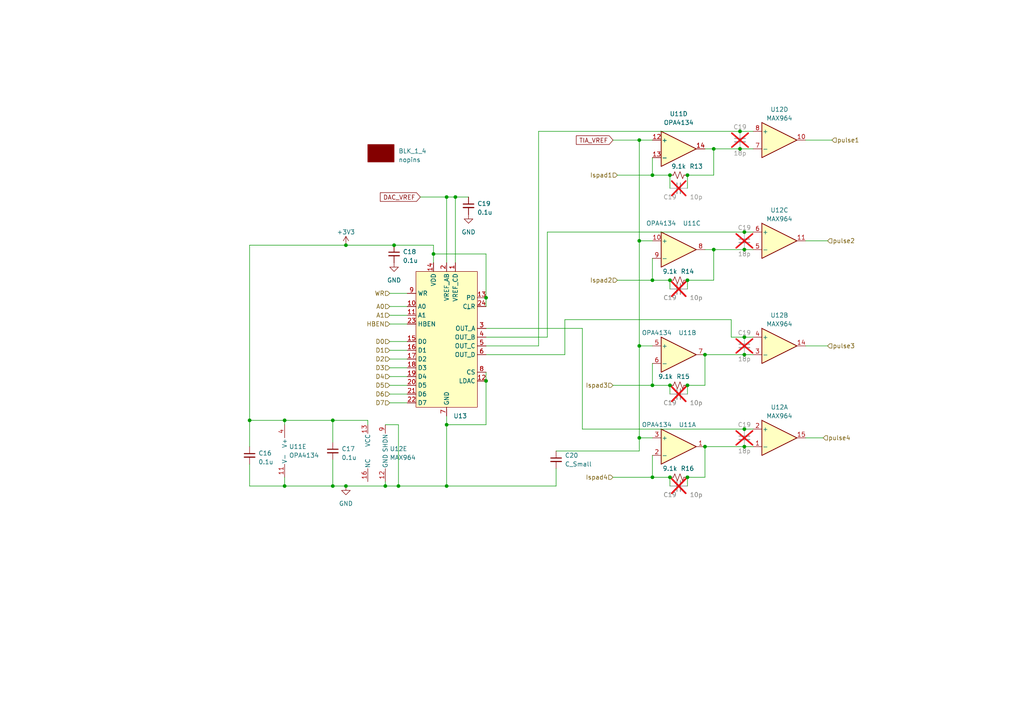
<source format=kicad_sch>
(kicad_sch (version 20230121) (generator eeschema)
  (paper "A4")
  (lib_symbols
    (symbol "0_kicad_custom_symbols:AD5335"
      (property "Reference" "U" (at -13.335 27.305 0))
      (symbol "AD5335_0_0"
        (pin unspecified line (at 2.54 22.86 270) (length 2.54) (name "VREF_CD") (number "1"))
        (pin unspecified line (at -11.43 10.16 0) (length 2.54) (name "A0") (number "10"))
        (pin unspecified line (at -11.43 7.62 0) (length 2.54) (name "A1") (number "11"))
        (pin unspecified line (at 11.43 -11.43 180) (length 2.54) (name "LDAC") (number "12"))
        (pin unspecified line (at 11.43 12.7 180) (length 2.54) (name "PD") (number "13"))
        (pin unspecified line (at -3.81 22.86 270) (length 2.54) (name "VDD") (number "14"))
        (pin unspecified line (at -11.43 0 0) (length 2.54) (name "D0") (number "15"))
        (pin unspecified line (at -11.43 -2.54 0) (length 2.54) (name "D1") (number "16"))
        (pin unspecified line (at -11.43 -5.08 0) (length 2.54) (name "D2") (number "17"))
        (pin unspecified line (at -11.43 -7.62 0) (length 2.54) (name "D3") (number "18"))
        (pin unspecified line (at -11.43 -10.16 0) (length 2.54) (name "D4") (number "19"))
        (pin unspecified line (at 0 22.86 270) (length 2.54) (name "VREF_AB") (number "2"))
        (pin unspecified line (at -11.43 -12.7 0) (length 2.54) (name "D5") (number "20"))
        (pin unspecified line (at -11.43 -15.24 0) (length 2.54) (name "D6") (number "21"))
        (pin unspecified line (at -11.43 -17.78 0) (length 2.54) (name "D7") (number "22"))
        (pin unspecified line (at -11.43 5.08 0) (length 2.54) (name "HBEN") (number "23"))
        (pin unspecified line (at 11.43 10.16 180) (length 2.54) (name "CLR") (number "24"))
        (pin unspecified line (at 11.43 3.81 180) (length 2.54) (name "OUT_A") (number "3"))
        (pin unspecified line (at 11.43 1.27 180) (length 2.54) (name "OUT_B") (number "4"))
        (pin unspecified line (at 11.43 -1.27 180) (length 2.54) (name "OUT_C") (number "5"))
        (pin unspecified line (at 11.43 -3.81 180) (length 2.54) (name "OUT_D") (number "6"))
        (pin unspecified line (at 0 -21.59 90) (length 2.54) (name "GND") (number "7"))
        (pin unspecified line (at 11.43 -8.89 180) (length 2.54) (name "CS") (number "8"))
        (pin unspecified line (at -11.43 13.97 0) (length 2.54) (name "WR") (number "9"))
      )
    )
    (symbol "0_kicad_custom_symbols:MAX964" (pin_names (offset 0.127))
      (property "Reference" "U" (at 3.81 3.81 0))
      (property "Value" "MAX964" (at 3.81 1.27 0))
      (symbol "MAX964_1_1"
        (pin input line (at -7.62 -2.54 0) (length 2.54) (name "-") (number "1"))
        (pin output line (at 7.62 0 180) (length 2.54) (name "~") (number "15"))
        (pin input line (at -7.62 2.54 0) (length 2.54) (name "+") (number "2"))
      )
      (symbol "MAX964_2_1"
        (pin output line (at 7.62 0 180) (length 2.54) (name "~") (number "14"))
        (pin input line (at -7.62 -2.54 0) (length 2.54) (name "-") (number "3"))
        (pin input line (at -7.62 2.54 0) (length 2.54) (name "+") (number "4"))
      )
      (symbol "MAX964_3_1"
        (pin output line (at 7.62 0 180) (length 2.54) (name "~") (number "11"))
        (pin input line (at -7.62 -2.54 0) (length 2.54) (name "-") (number "5"))
        (pin input line (at -7.62 2.54 0) (length 2.54) (name "+") (number "6"))
      )
      (symbol "MAX964_4_1"
        (pin output line (at 7.62 0 180) (length 2.54) (name "~") (number "10"))
        (pin input line (at -7.62 -2.54 0) (length 2.54) (name "-") (number "7"))
        (pin input line (at -7.62 2.54 0) (length 2.54) (name "+") (number "8"))
      )
      (symbol "MAX964_5_0"
        (pin power_in line (at -2.54 8.89 270) (length 2.54) (name "VCC") (number "13"))
        (pin power_in line (at 2.54 8.89 270) (length 2.54) (name "SHDN") (number "9"))
      )
      (symbol "MAX964_5_1"
        (pin power_in line (at 2.54 -7.62 90) (length 3.81) (name "GND") (number "12"))
        (pin power_in line (at -2.54 -7.62 90) (length 3.81) (name "NC") (number "16"))
      )
    )
    (symbol "0_kicad_custom_symbols:nopins"
      (property "Reference" "U" (at 0 -1.27 0))
      (property "Value" "nopins" (at 0 1.27 0))
    )
    (symbol "Amplifier_Operational:OPA4134" (pin_names (offset 0.127))
      (property "Reference" "U" (at 0 5.08 0))
      (property "Value" "OPA4134" (at 0 -5.08 0))
      (symbol "OPA4134_1_1"
        (pin output line (at 7.62 0 180) (length 2.54) (name "~") (number "1"))
        (pin input line (at -7.62 -2.54 0) (length 2.54) (name "-") (number "2"))
        (pin input line (at -7.62 2.54 0) (length 2.54) (name "+") (number "3"))
      )
      (symbol "OPA4134_2_1"
        (pin input line (at -7.62 2.54 0) (length 2.54) (name "+") (number "5"))
        (pin input line (at -7.62 -2.54 0) (length 2.54) (name "-") (number "6"))
        (pin output line (at 7.62 0 180) (length 2.54) (name "~") (number "7"))
      )
      (symbol "OPA4134_3_1"
        (pin input line (at -7.62 2.54 0) (length 2.54) (name "+") (number "10"))
        (pin output line (at 7.62 0 180) (length 2.54) (name "~") (number "8"))
        (pin input line (at -7.62 -2.54 0) (length 2.54) (name "-") (number "9"))
      )
      (symbol "OPA4134_4_1"
        (pin input line (at -7.62 2.54 0) (length 2.54) (name "+") (number "12"))
        (pin input line (at -7.62 -2.54 0) (length 2.54) (name "-") (number "13"))
        (pin output line (at 7.62 0 180) (length 2.54) (name "~") (number "14"))
      )
      (symbol "OPA4134_5_1"
        (pin power_in line (at -2.54 -7.62 90) (length 3.81) (name "V-") (number "11"))
        (pin power_in line (at -2.54 7.62 270) (length 3.81) (name "V+") (number "4"))
      )
    )
    (symbol "Device:C_Small" (pin_numbers hide) (pin_names (offset 0.254) hide)
      (property "Reference" "C" (at 0.254 1.778 0))
      (property "Value" "C_Small" (at 0.254 -2.032 0))
      (symbol "C_Small_1_1"
        (pin passive line (at 0 2.54 270) (length 2.032) (name "~") (number "1"))
        (pin passive line (at 0 -2.54 90) (length 2.032) (name "~") (number "2"))
      )
    )
    (symbol "Device:R_Small_US" (pin_numbers hide) (pin_names (offset 0.254) hide)
      (property "Reference" "R" (at 0.762 0.508 0))
      (property "Value" "R_Small_US" (at 0.762 -1.016 0))
      (symbol "R_Small_US_1_1"
        (pin passive line (at 0 2.54 270) (length 1.016) (name "~") (number "1"))
        (pin passive line (at 0 -2.54 90) (length 1.016) (name "~") (number "2"))
      )
    )
    (symbol "power:+3V3" (power) (pin_names (offset 0))
      (property "Value" "+3V3" (at 0 3.556 0))
      (symbol "+3V3_1_1"
        (pin power_in line (at 0 0 90) (length 0) hide (name "+3V3") (number "1"))
      )
    )
    (symbol "power:GND" (power) (pin_names (offset 0))
      (property "Value" "GND" (at 0 -3.81 0))
      (symbol "GND_1_1"
        (pin power_in line (at 0 0 270) (length 0) hide (name "GND") (number "1"))
      )
    )
  )
  (junction (at 207.01 43.18))
  (junction (at 214.63 38.1))
  (junction (at 72.39 121.92))
  (junction (at 189.23 138.43))
  (junction (at 215.9 129.54))
  (junction (at 185.42 127))
  (junction (at 189.23 81.28))
  (junction (at 185.42 40.64))
  (junction (at 189.23 50.8))
  (junction (at 140.97 110.49))
  (junction (at 132.08 57.15))
  (junction (at 215.9 102.87))
  (junction (at 185.42 69.85))
  (junction (at 96.52 121.92))
  (junction (at 215.9 67.31))
  (junction (at 215.9 124.46))
  (junction (at 129.54 140.97))
  (junction (at 199.39 111.76))
  (junction (at 204.47 102.87))
  (junction (at 96.52 140.97))
  (junction (at 125.73 73.66))
  (junction (at 111.76 140.97))
  (junction (at 199.39 81.28))
  (junction (at 82.55 121.92))
  (junction (at 199.39 138.43))
  (junction (at 114.3 71.12))
  (junction (at 194.31 50.8))
  (junction (at 204.47 129.54))
  (junction (at 129.54 123.19))
  (junction (at 207.01 72.39))
  (junction (at 82.55 140.97))
  (junction (at 100.33 71.12))
  (junction (at 100.33 140.97))
  (junction (at 194.31 111.76))
  (junction (at 140.97 86.36))
  (junction (at 189.23 111.76))
  (junction (at 194.31 138.43))
  (junction (at 194.31 81.28))
  (junction (at 215.9 97.79))
  (junction (at 115.57 140.97))
  (junction (at 129.54 57.15))
  (junction (at 199.39 50.8))
  (junction (at 215.9 72.39))
  (junction (at 185.42 100.33))
  (junction (at 214.63 43.18))
  (wire (pts (xy 207.01 43.18) (xy 207.01 50.8)))
  (wire (pts (xy 212.09 92.71) (xy 163.83 92.71)))
  (wire (pts (xy 113.03 106.68) (xy 118.11 106.68)))
  (wire (pts (xy 125.73 73.66) (xy 125.73 76.2)))
  (wire (pts (xy 158.75 67.31) (xy 215.9 67.31)))
  (wire (pts (xy 125.73 71.12) (xy 125.73 73.66)))
  (wire (pts (xy 96.52 121.92) (xy 106.68 121.92)))
  (wire (pts (xy 72.39 129.54) (xy 72.39 121.92)))
  (wire (pts (xy 140.97 110.49) (xy 140.97 123.19)))
  (wire (pts (xy 125.73 71.12) (xy 114.3 71.12)))
  (wire (pts (xy 140.97 97.79) (xy 158.75 97.79)))
  (wire (pts (xy 189.23 74.93) (xy 189.23 81.28)))
  (wire (pts (xy 129.54 57.15) (xy 129.54 76.2)))
  (wire (pts (xy 115.57 140.97) (xy 129.54 140.97)))
  (wire (pts (xy 163.83 92.71) (xy 163.83 102.87)))
  (wire (pts (xy 179.07 50.8) (xy 189.23 50.8)))
  (wire (pts (xy 113.03 91.44) (xy 118.11 91.44)))
  (wire (pts (xy 161.29 135.89) (xy 161.29 140.97)))
  (wire (pts (xy 111.76 123.19) (xy 115.57 123.19)))
  (wire (pts (xy 140.97 95.25) (xy 168.91 95.25)))
  (wire (pts (xy 163.83 102.87) (xy 140.97 102.87)))
  (wire (pts (xy 129.54 120.65) (xy 129.54 123.19)))
  (wire (pts (xy 233.68 127) (xy 238.76 127)))
  (wire (pts (xy 179.07 81.28) (xy 189.23 81.28)))
  (wire (pts (xy 135.89 57.15) (xy 132.08 57.15)))
  (wire (pts (xy 72.39 121.92) (xy 82.55 121.92)))
  (wire (pts (xy 96.52 133.35) (xy 96.52 140.97)))
  (wire (pts (xy 215.9 97.79) (xy 212.09 97.79)))
  (wire (pts (xy 100.33 140.97) (xy 111.76 140.97)))
  (wire (pts (xy 111.76 139.7) (xy 111.76 140.97)))
  (wire (pts (xy 215.9 72.39) (xy 218.44 72.39)))
  (wire (pts (xy 113.03 111.76) (xy 118.11 111.76)))
  (wire (pts (xy 212.09 97.79) (xy 212.09 92.71)))
  (wire (pts (xy 214.63 43.18) (xy 218.44 43.18)))
  (wire (pts (xy 96.52 121.92) (xy 96.52 128.27)))
  (wire (pts (xy 140.97 73.66) (xy 125.73 73.66)))
  (wire (pts (xy 204.47 102.87) (xy 215.9 102.87)))
  (wire (pts (xy 204.47 72.39) (xy 207.01 72.39)))
  (wire (pts (xy 140.97 123.19) (xy 129.54 123.19)))
  (wire (pts (xy 168.91 124.46) (xy 215.9 124.46)))
  (wire (pts (xy 72.39 71.12) (xy 100.33 71.12)))
  (wire (pts (xy 113.03 109.22) (xy 118.11 109.22)))
  (wire (pts (xy 194.31 138.43) (xy 194.31 140.97)))
  (wire (pts (xy 115.57 140.97) (xy 111.76 140.97)))
  (wire (pts (xy 113.03 99.06) (xy 118.11 99.06)))
  (wire (pts (xy 194.31 81.28) (xy 194.31 83.82)))
  (wire (pts (xy 233.68 69.85) (xy 240.03 69.85)))
  (wire (pts (xy 207.01 72.39) (xy 207.01 81.28)))
  (wire (pts (xy 199.39 81.28) (xy 199.39 83.82)))
  (wire (pts (xy 194.31 138.43) (xy 189.23 138.43)))
  (wire (pts (xy 204.47 102.87) (xy 204.47 111.76)))
  (wire (pts (xy 100.33 71.12) (xy 114.3 71.12)))
  (wire (pts (xy 189.23 111.76) (xy 189.23 105.41)))
  (wire (pts (xy 140.97 107.95) (xy 140.97 110.49)))
  (wire (pts (xy 113.03 114.3) (xy 118.11 114.3)))
  (wire (pts (xy 156.21 38.1) (xy 156.21 100.33)))
  (wire (pts (xy 199.39 50.8) (xy 199.39 54.61)))
  (wire (pts (xy 115.57 123.19) (xy 115.57 140.97)))
  (wire (pts (xy 113.03 116.84) (xy 118.11 116.84)))
  (wire (pts (xy 132.08 57.15) (xy 129.54 57.15)))
  (wire (pts (xy 185.42 100.33) (xy 189.23 100.33)))
  (wire (pts (xy 218.44 38.1) (xy 214.63 38.1)))
  (wire (pts (xy 199.39 50.8) (xy 207.01 50.8)))
  (wire (pts (xy 132.08 57.15) (xy 132.08 76.2)))
  (wire (pts (xy 82.55 140.97) (xy 82.55 138.43)))
  (wire (pts (xy 215.9 67.31) (xy 218.44 67.31)))
  (wire (pts (xy 204.47 43.18) (xy 207.01 43.18)))
  (wire (pts (xy 106.68 123.19) (xy 106.68 121.92)))
  (wire (pts (xy 204.47 129.54) (xy 204.47 138.43)))
  (wire (pts (xy 194.31 50.8) (xy 189.23 50.8)))
  (wire (pts (xy 199.39 81.28) (xy 207.01 81.28)))
  (wire (pts (xy 113.03 88.9) (xy 118.11 88.9)))
  (wire (pts (xy 207.01 72.39) (xy 215.9 72.39)))
  (wire (pts (xy 168.91 95.25) (xy 168.91 124.46)))
  (wire (pts (xy 185.42 69.85) (xy 185.42 100.33)))
  (wire (pts (xy 233.68 40.64) (xy 241.3 40.64)))
  (wire (pts (xy 177.8 40.64) (xy 185.42 40.64)))
  (wire (pts (xy 82.55 140.97) (xy 72.39 140.97)))
  (wire (pts (xy 185.42 127) (xy 185.42 130.81)))
  (wire (pts (xy 177.8 138.43) (xy 189.23 138.43)))
  (wire (pts (xy 82.55 121.92) (xy 96.52 121.92)))
  (wire (pts (xy 189.23 45.72) (xy 189.23 50.8)))
  (wire (pts (xy 140.97 88.9) (xy 140.97 86.36)))
  (wire (pts (xy 129.54 123.19) (xy 129.54 140.97)))
  (wire (pts (xy 82.55 140.97) (xy 96.52 140.97)))
  (wire (pts (xy 233.68 100.33) (xy 240.03 100.33)))
  (wire (pts (xy 204.47 138.43) (xy 199.39 138.43)))
  (wire (pts (xy 207.01 43.18) (xy 214.63 43.18)))
  (wire (pts (xy 214.63 38.1) (xy 156.21 38.1)))
  (wire (pts (xy 185.42 100.33) (xy 185.42 127)))
  (wire (pts (xy 113.03 104.14) (xy 118.11 104.14)))
  (wire (pts (xy 185.42 40.64) (xy 189.23 40.64)))
  (wire (pts (xy 158.75 67.31) (xy 158.75 97.79)))
  (wire (pts (xy 185.42 130.81) (xy 161.29 130.81)))
  (wire (pts (xy 156.21 100.33) (xy 140.97 100.33)))
  (wire (pts (xy 194.31 111.76) (xy 189.23 111.76)))
  (wire (pts (xy 199.39 138.43) (xy 199.39 140.97)))
  (wire (pts (xy 215.9 124.46) (xy 218.44 124.46)))
  (wire (pts (xy 121.92 57.15) (xy 129.54 57.15)))
  (wire (pts (xy 194.31 50.8) (xy 194.31 54.61)))
  (wire (pts (xy 204.47 111.76) (xy 199.39 111.76)))
  (wire (pts (xy 199.39 111.76) (xy 199.39 114.3)))
  (wire (pts (xy 113.03 101.6) (xy 118.11 101.6)))
  (wire (pts (xy 189.23 69.85) (xy 185.42 69.85)))
  (wire (pts (xy 185.42 40.64) (xy 185.42 69.85)))
  (wire (pts (xy 185.42 127) (xy 189.23 127)))
  (wire (pts (xy 140.97 86.36) (xy 140.97 73.66)))
  (wire (pts (xy 96.52 140.97) (xy 100.33 140.97)))
  (wire (pts (xy 113.03 85.09) (xy 118.11 85.09)))
  (wire (pts (xy 129.54 140.97) (xy 161.29 140.97)))
  (wire (pts (xy 204.47 129.54) (xy 215.9 129.54)))
  (wire (pts (xy 177.8 111.76) (xy 189.23 111.76)))
  (wire (pts (xy 218.44 97.79) (xy 215.9 97.79)))
  (wire (pts (xy 72.39 71.12) (xy 72.39 121.92)))
  (wire (pts (xy 113.03 93.98) (xy 118.11 93.98)))
  (wire (pts (xy 189.23 81.28) (xy 194.31 81.28)))
  (wire (pts (xy 194.31 111.76) (xy 194.31 114.3)))
  (wire (pts (xy 215.9 129.54) (xy 218.44 129.54)))
  (wire (pts (xy 82.55 121.92) (xy 82.55 123.19)))
  (wire (pts (xy 72.39 140.97) (xy 72.39 134.62)))
  (wire (pts (xy 215.9 102.87) (xy 218.44 102.87)))
  (wire (pts (xy 189.23 138.43) (xy 189.23 132.08)))
  (global_label "DAC_VREF" (shape input) (at 121.92 57.15 180) (property "Intersheetrefs" "${INTERSHEET_REFS}" (effects hide)))
  (global_label "TIA_VREF" (shape input) (at 177.8 40.64 180) (property "Intersheetrefs" "${INTERSHEET_REFS}" (effects hide)))
  (hierarchical_label "D2" (shape input) (at 113.03 104.14 180))
  (hierarchical_label "D6" (shape input) (at 113.03 114.3 180))
  (hierarchical_label "D0" (shape input) (at 113.03 99.06 180))
  (hierarchical_label "Ispad3" (shape input) (at 177.8 111.76 180))
  (hierarchical_label "D5" (shape input) (at 113.03 111.76 180))
  (hierarchical_label "D3" (shape input) (at 113.03 106.68 180))
  (hierarchical_label "D7" (shape input) (at 113.03 116.84 180))
  (hierarchical_label "D1" (shape input) (at 113.03 101.6 180))
  (hierarchical_label "HBEN" (shape input) (at 113.03 93.98 180))
  (hierarchical_label "A1" (shape input) (at 113.03 91.44 180))
  (hierarchical_label "Ispad2" (shape input) (at 179.07 81.28 180))
  (hierarchical_label "D4" (shape input) (at 113.03 109.22 180))
  (hierarchical_label "pulse2" (shape input) (at 240.03 69.85 0))
  (hierarchical_label "pulse4" (shape input) (at 238.76 127 0))
  (hierarchical_label "pulse1" (shape input) (at 241.3 40.64 0))
  (hierarchical_label "A0" (shape input) (at 113.03 88.9 180))
  (hierarchical_label "pulse3" (shape input) (at 240.03 100.33 0))
  (hierarchical_label "Ispad4" (shape input) (at 177.8 138.43 180))
  (hierarchical_label "Ispad1" (shape input) (at 179.07 50.8 180))
  (hierarchical_label "WR" (shape input) (at 113.03 85.09 180))
  (symbol (lib_id "Device:C_Small") (at 215.9 100.33 0) (unit 1) (on_board no) (dnp yes)
    (property "Reference" "C19" (at 215.9 96.52 0))
    (property "Value" "18p" (at 215.9 104.14 0))
    (property "Footprint" "Capacitor_SMD:C_0402_1005Metric" (effects hide))
    (instances (project "array_row" (path "" (reference "C19") (unit 1)) (path "" (reference "C4") (unit 1)) (path "" (reference "C9") (unit 1)) (path "" (reference "C14") (unit 1))) (project "VRSPAD-144" (path "" (reference "C416") (unit 1)) (path "" (reference "C417") (unit 1)) (path "" (reference "C414") (unit 1)) (path "" (reference "C415") (unit 1)) (path "" (reference "C420") (unit 1)) (path "" (reference "C418") (unit 1)) (path "" (reference "C421") (unit 1)) (path "" (reference "C419") (unit 1)) (path "" (reference "C422") (unit 1)) (path "" (reference "C425") (unit 1)) (path "" (reference "C424") (unit 1)) (path "" (reference "C423") (unit 1)) (path "" (reference "C429") (unit 1)) (path "" (reference "C426") (unit 1)) (path "" (reference "C427") (unit 1)) (path "" (reference "C428") (unit 1)) (path "" (reference "C446") (unit 1)) (path "" (reference "C431") (unit 1)) (path "" (reference "C430") (unit 1)) (path "" (reference "C433") (unit 1)) (path "" (reference "C436") (unit 1)) (path "" (reference "C434") (unit 1)) (path "" (reference "C435") (unit 1)) (path "" (reference "C437") (unit 1)) (path "" (reference "C441") (unit 1)) (path "" (reference "C438") (unit 1)) (path "" (reference "C440") (unit 1)) (path "" (reference "C439") (unit 1)) (path "" (reference "C448") (unit 1)) (path "" (reference "C442") (unit 1)) (path "" (reference "C449") (unit 1)) (path "" (reference "C443") (unit 1)) (path "" (reference "C444") (unit 1)) (path "" (reference "C447") (unit 1)) (path "" (reference "C445") (unit 1)) (path "" (reference "C432") (unit 1))))
  )
  (symbol (lib_id "Device:R_Small_US") (at 196.85 81.28 90) (unit 1)
    (property "Reference" "R14" (at 199.39 78.74 90))
    (property "Value" "9.1k" (at 194.31 78.74 90))
    (property "Footprint" "Resistor_SMD:R_0402_1005Metric" (effects hide))
    (instances (project "array_row" (path "" (reference "R14") (unit 1)) (path "" (reference "R2") (unit 1)) (path "" (reference "R6") (unit 1)) (path "" (reference "R10") (unit 1))) (project "VRSPAD-144" (path "" (reference "R15") (unit 1)) (path "" (reference "R19") (unit 1)) (path "" (reference "R2") (unit 1)) (path "" (reference "R11") (unit 1)) (path "" (reference "R31") (unit 1)) (path "" (reference "R23") (unit 1)) (path "" (reference "R35") (unit 1)) (path "" (reference "R27") (unit 1)) (path "" (reference "R39") (unit 1)) (path "" (reference "R51") (unit 1)) (path "" (reference "R47") (unit 1)) (path "" (reference "R43") (unit 1)) (path "" (reference "R67") (unit 1)) (path "" (reference "R55") (unit 1)) (path "" (reference "R59") (unit 1)) (path "" (reference "R63") (unit 1)) (path "" (reference "R135") (unit 1)) (path "" (reference "R75") (unit 1)) (path "" (reference "R71") (unit 1)) (path "" (reference "R83") (unit 1)) (path "" (reference "R95") (unit 1)) (path "" (reference "R87") (unit 1)) (path "" (reference "R91") (unit 1)) (path "" (reference "R99") (unit 1)) (path "" (reference "R115") (unit 1)) (path "" (reference "R103") (unit 1)) (path "" (reference "R111") (unit 1)) (path "" (reference "R107") (unit 1)) (path "" (reference "R143") (unit 1)) (path "" (reference "R119") (unit 1)) (path "" (reference "R147") (unit 1)) (path "" (reference "R123") (unit 1)) (path "" (reference "R127") (unit 1)) (path "" (reference "R139") (unit 1)) (path "" (reference "R131") (unit 1)) (path "" (reference "R79") (unit 1))))
  )
  (symbol (lib_id "power:GND") (at 114.3 76.2 0) (unit 1)
    (property "Reference" "#PWR019" (effects hide))
    (property "Value" "GND" (at 114.3 81.28 0))
    (instances (project "array_row" (path "" (reference "#PWR019") (unit 1)) (path "" (reference "#PWR03") (unit 1)) (path "" (reference "#PWR07") (unit 1)) (path "" (reference "#PWR015") (unit 1))) (project "VRSPAD-144" (path "" (reference "#PWR021") (unit 1)) (path "" (reference "#PWR026") (unit 1)) (path "" (reference "#PWR013") (unit 1)) (path "" (reference "#PWR017") (unit 1)) (path "" (reference "#PWR038") (unit 1)) (path "" (reference "#PWR030") (unit 1)) (path "" (reference "#PWR046") (unit 1)) (path "" (reference "#PWR034") (unit 1)) (path "" (reference "#PWR054") (unit 1)) (path "" (reference "#PWR066") (unit 1)) (path "" (reference "#PWR062") (unit 1)) (path "" (reference "#PWR058") (unit 1)) (path "" (reference "#PWR086") (unit 1)) (path "" (reference "#PWR074") (unit 1)) (path "" (reference "#PWR078") (unit 1)) (path "" (reference "#PWR082") (unit 1)) (path "" (reference "#PWR0216") (unit 1)) (path "" (reference "#PWR094") (unit 1)) (path "" (reference "#PWR090") (unit 1)) (path "" (reference "#PWR0109") (unit 1)) (path "" (reference "#PWR0132") (unit 1)) (path "" (reference "#PWR0113") (unit 1)) (path "" (reference "#PWR0117") (unit 1)) (path "" (reference "#PWR0140") (unit 1)) (path "" (reference "#PWR0160") (unit 1)) (path "" (reference "#PWR0144") (unit 1)) (path "" (reference "#PWR0156") (unit 1)) (path "" (reference "#PWR0152") (unit 1)) (path "" (reference "#PWR0172") (unit 1)) (path "" (reference "#PWR0164") (unit 1)) (path "" (reference "#PWR0176") (unit 1)) (path "" (reference "#PWR0168") (unit 1)) (path "" (reference "#PWR0204") (unit 1)) (path "" (reference "#PWR0220") (unit 1)) (path "" (reference "#PWR0208") (unit 1)) (path "" (reference "#PWR0105") (unit 1))))
  )
  (symbol (lib_id "Device:C_Small") (at 72.39 132.08 0) (unit 1)
    (property "Reference" "C16" (at 74.93 131.4513 0) (effects (justify left)))
    (property "Value" "0.1u" (at 74.93 133.9913 0) (effects (justify left)))
    (property "Footprint" "Capacitor_SMD:C_0402_1005Metric" (effects hide))
    (instances (project "array_row" (path "" (reference "C16") (unit 1)) (path "" (reference "C1") (unit 1)) (path "" (reference "C6") (unit 1)) (path "" (reference "C11") (unit 1))) (project "VRSPAD-144" (path "" (reference "C20") (unit 1)) (path "" (reference "C25") (unit 1)) (path "" (reference "C2") (unit 1)) (path "" (reference "C9") (unit 1)) (path "" (reference "C40") (unit 1)) (path "" (reference "C30") (unit 1)) (path "" (reference "C45") (unit 1)) (path "" (reference "C35") (unit 1)) (path "" (reference "C50") (unit 1)) (path "" (reference "C65") (unit 1)) (path "" (reference "C60") (unit 1)) (path "" (reference "C55") (unit 1)) (path "" (reference "C85") (unit 1)) (path "" (reference "C70") (unit 1)) (path "" (reference "C75") (unit 1)) (path "" (reference "C80") (unit 1)) (path "" (reference "C170") (unit 1)) (path "" (reference "C95") (unit 1)) (path "" (reference "C90") (unit 1)) (path "" (reference "C105") (unit 1)) (path "" (reference "C120") (unit 1)) (path "" (reference "C110") (unit 1)) (path "" (reference "C115") (unit 1)) (path "" (reference "C125") (unit 1)) (path "" (reference "C145") (unit 1)) (path "" (reference "C130") (unit 1)) (path "" (reference "C140") (unit 1)) (path "" (reference "C135") (unit 1)) (path "" (reference "C180") (unit 1)) (path "" (reference "C150") (unit 1)) (path "" (reference "C185") (unit 1)) (path "" (reference "C155") (unit 1)) (path "" (reference "C160") (unit 1)) (path "" (reference "C175") (unit 1)) (path "" (reference "C165") (unit 1)) (path "" (reference "C100") (unit 1))))
  )
  (symbol (lib_id "Device:C_Small") (at 196.85 54.61 90) (unit 1) (on_board no) (dnp yes)
    (property "Reference" "C19" (at 194.31 57.15 90))
    (property "Value" "10p" (at 201.93 57.15 90))
    (property "Footprint" "Capacitor_SMD:C_0402_1005Metric" (effects hide))
    (instances (project "array_row" (path "" (reference "C19") (unit 1)) (path "" (reference "C4") (unit 1)) (path "" (reference "C9") (unit 1)) (path "" (reference "C14") (unit 1))) (project "VRSPAD-144" (path "" (reference "C200") (unit 1)) (path "" (reference "C201") (unit 1)) (path "" (reference "C196") (unit 1)) (path "" (reference "C199") (unit 1)) (path "" (reference "C204") (unit 1)) (path "" (reference "C202") (unit 1)) (path "" (reference "C205") (unit 1)) (path "" (reference "C203") (unit 1)) (path "" (reference "C206") (unit 1)) (path "" (reference "C209") (unit 1)) (path "" (reference "C208") (unit 1)) (path "" (reference "C207") (unit 1)) (path "" (reference "C213") (unit 1)) (path "" (reference "C210") (unit 1)) (path "" (reference "C211") (unit 1)) (path "" (reference "C212") (unit 1)) (path "" (reference "C230") (unit 1)) (path "" (reference "C215") (unit 1)) (path "" (reference "C214") (unit 1)) (path "" (reference "C217") (unit 1)) (path "" (reference "C220") (unit 1)) (path "" (reference "C218") (unit 1)) (path "" (reference "C219") (unit 1)) (path "" (reference "C221") (unit 1)) (path "" (reference "C225") (unit 1)) (path "" (reference "C222") (unit 1)) (path "" (reference "C224") (unit 1)) (path "" (reference "C223") (unit 1)) (path "" (reference "C232") (unit 1)) (path "" (reference "C226") (unit 1)) (path "" (reference "C233") (unit 1)) (path "" (reference "C227") (unit 1)) (path "" (reference "C228") (unit 1)) (path "" (reference "C231") (unit 1)) (path "" (reference "C229") (unit 1)) (path "" (reference "C216") (unit 1))))
  )
  (symbol (lib_id "0_kicad_custom_symbols:MAX964") (at 226.06 127 0) (unit 1)
    (property "Reference" "U12" (at 226.06 118.11 0))
    (property "Value" "MAX964" (at 226.06 120.65 0))
    (property "Footprint" "Package_SO:QSOP-16_3.9x4.9mm_P0.635mm" (effects hide))
    (property "Datasheet" "https://www.analog.com/media/en/technical-documentation/data-sheets/ADA4807-1_4807-2_4807-4.pdf" (effects hide))
    (instances (project "array_row" (path "" (reference "U12") (unit 1)) (path "" (reference "U3") (unit 1)) (path "" (reference "U6") (unit 1)) (path "" (reference "U9") (unit 1))) (project "VRSPAD-144" (path "" (reference "U18") (unit 1)) (path "" (reference "U21") (unit 1)) (path "" (reference "U3") (unit 1)) (path "" (reference "U15") (unit 1)) (path "" (reference "U30") (unit 1)) (path "" (reference "U24") (unit 1)) (path "" (reference "U33") (unit 1)) (path "" (reference "U27") (unit 1)) (path "" (reference "U36") (unit 1)) (path "" (reference "U45") (unit 1)) (path "" (reference "U42") (unit 1)) (path "" (reference "U39") (unit 1)) (path "" (reference "U57") (unit 1)) (path "" (reference "U48") (unit 1)) (path "" (reference "U51") (unit 1)) (path "" (reference "U54") (unit 1)) (path "" (reference "U108") (unit 1)) (path "" (reference "U63") (unit 1)) (path "" (reference "U60") (unit 1)) (path "" (reference "U69") (unit 1)) (path "" (reference "U78") (unit 1)) (path "" (reference "U72") (unit 1)) (path "" (reference "U75") (unit 1)) (path "" (reference "U81") (unit 1)) (path "" (reference "U93") (unit 1)) (path "" (reference "U84") (unit 1)) (path "" (reference "U90") (unit 1)) (path "" (reference "U87") (unit 1)) (path "" (reference "U114") (unit 1)) (path "" (reference "U96") (unit 1)) (path "" (reference "U117") (unit 1)) (path "" (reference "U99") (unit 1)) (path "" (reference "U102") (unit 1)) (path "" (reference "U111") (unit 1)) (path "" (reference "U105") (unit 1)) (path "" (reference "U66") (unit 1))))
  )
  (symbol (lib_id "Device:C_Small") (at 96.52 130.81 0) (unit 1)
    (property "Reference" "C17" (at 99.06 130.1813 0) (effects (justify left)))
    (property "Value" "0.1u" (at 99.06 132.7213 0) (effects (justify left)))
    (property "Footprint" "Capacitor_SMD:C_0402_1005Metric" (effects hide))
    (instances (project "array_row" (path "" (reference "C17") (unit 1)) (path "" (reference "C2") (unit 1)) (path "" (reference "C7") (unit 1)) (path "" (reference "C12") (unit 1))) (project "VRSPAD-144" (path "" (reference "C21") (unit 1)) (path "" (reference "C26") (unit 1)) (path "" (reference "C3") (unit 1)) (path "" (reference "C10") (unit 1)) (path "" (reference "C41") (unit 1)) (path "" (reference "C31") (unit 1)) (path "" (reference "C46") (unit 1)) (path "" (reference "C36") (unit 1)) (path "" (reference "C51") (unit 1)) (path "" (reference "C66") (unit 1)) (path "" (reference "C61") (unit 1)) (path "" (reference "C56") (unit 1)) (path "" (reference "C86") (unit 1)) (path "" (reference "C71") (unit 1)) (path "" (reference "C76") (unit 1)) (path "" (reference "C81") (unit 1)) (path "" (reference "C171") (unit 1)) (path "" (reference "C96") (unit 1)) (path "" (reference "C91") (unit 1)) (path "" (reference "C106") (unit 1)) (path "" (reference "C121") (unit 1)) (path "" (reference "C111") (unit 1)) (path "" (reference "C116") (unit 1)) (path "" (reference "C126") (unit 1)) (path "" (reference "C146") (unit 1)) (path "" (reference "C131") (unit 1)) (path "" (reference "C141") (unit 1)) (path "" (reference "C136") (unit 1)) (path "" (reference "C181") (unit 1)) (path "" (reference "C151") (unit 1)) (path "" (reference "C186") (unit 1)) (path "" (reference "C156") (unit 1)) (path "" (reference "C161") (unit 1)) (path "" (reference "C176") (unit 1)) (path "" (reference "C166") (unit 1)) (path "" (reference "C101") (unit 1))))
  )
  (symbol (lib_id "Device:R_Small_US") (at 196.85 50.8 90) (unit 1)
    (property "Reference" "R13" (at 201.93 48.26 90))
    (property "Value" "9.1k" (at 196.85 48.26 90))
    (property "Footprint" "Resistor_SMD:R_0402_1005Metric" (effects hide))
    (instances (project "array_row" (path "" (reference "R13") (unit 1)) (path "" (reference "R1") (unit 1)) (path "" (reference "R5") (unit 1)) (path "" (reference "R9") (unit 1))) (project "VRSPAD-144" (path "" (reference "R14") (unit 1)) (path "" (reference "R18") (unit 1)) (path "" (reference "R1") (unit 1)) (path "" (reference "R10") (unit 1)) (path "" (reference "R30") (unit 1)) (path "" (reference "R22") (unit 1)) (path "" (reference "R34") (unit 1)) (path "" (reference "R26") (unit 1)) (path "" (reference "R38") (unit 1)) (path "" (reference "R50") (unit 1)) (path "" (reference "R46") (unit 1)) (path "" (reference "R42") (unit 1)) (path "" (reference "R66") (unit 1)) (path "" (reference "R54") (unit 1)) (path "" (reference "R58") (unit 1)) (path "" (reference "R62") (unit 1)) (path "" (reference "R134") (unit 1)) (path "" (reference "R74") (unit 1)) (path "" (reference "R70") (unit 1)) (path "" (reference "R82") (unit 1)) (path "" (reference "R94") (unit 1)) (path "" (reference "R86") (unit 1)) (path "" (reference "R90") (unit 1)) (path "" (reference "R98") (unit 1)) (path "" (reference "R114") (unit 1)) (path "" (reference "R102") (unit 1)) (path "" (reference "R110") (unit 1)) (path "" (reference "R106") (unit 1)) (path "" (reference "R142") (unit 1)) (path "" (reference "R118") (unit 1)) (path "" (reference "R146") (unit 1)) (path "" (reference "R122") (unit 1)) (path "" (reference "R126") (unit 1)) (path "" (reference "R138") (unit 1)) (path "" (reference "R130") (unit 1)) (path "" (reference "R78") (unit 1))))
  )
  (symbol (lib_id "Device:R_Small_US") (at 196.85 138.43 90) (unit 1)
    (property "Reference" "R16" (at 199.39 135.89 90))
    (property "Value" "9.1k" (at 194.31 135.89 90))
    (property "Footprint" "Resistor_SMD:R_0402_1005Metric" (effects hide))
    (instances (project "array_row" (path "" (reference "R16") (unit 1)) (path "" (reference "R4") (unit 1)) (path "" (reference "R8") (unit 1)) (path "" (reference "R12") (unit 1))) (project "VRSPAD-144" (path "" (reference "R17") (unit 1)) (path "" (reference "R21") (unit 1)) (path "" (reference "R9") (unit 1)) (path "" (reference "R13") (unit 1)) (path "" (reference "R33") (unit 1)) (path "" (reference "R25") (unit 1)) (path "" (reference "R37") (unit 1)) (path "" (reference "R29") (unit 1)) (path "" (reference "R41") (unit 1)) (path "" (reference "R53") (unit 1)) (path "" (reference "R49") (unit 1)) (path "" (reference "R45") (unit 1)) (path "" (reference "R69") (unit 1)) (path "" (reference "R57") (unit 1)) (path "" (reference "R61") (unit 1)) (path "" (reference "R65") (unit 1)) (path "" (reference "R137") (unit 1)) (path "" (reference "R77") (unit 1)) (path "" (reference "R73") (unit 1)) (path "" (reference "R85") (unit 1)) (path "" (reference "R97") (unit 1)) (path "" (reference "R89") (unit 1)) (path "" (reference "R93") (unit 1)) (path "" (reference "R101") (unit 1)) (path "" (reference "R117") (unit 1)) (path "" (reference "R105") (unit 1)) (path "" (reference "R113") (unit 1)) (path "" (reference "R109") (unit 1)) (path "" (reference "R145") (unit 1)) (path "" (reference "R121") (unit 1)) (path "" (reference "R149") (unit 1)) (path "" (reference "R125") (unit 1)) (path "" (reference "R129") (unit 1)) (path "" (reference "R141") (unit 1)) (path "" (reference "R133") (unit 1)) (path "" (reference "R81") (unit 1))))
  )
  (symbol (lib_id "Device:C_Small") (at 196.85 114.3 90) (unit 1) (on_board no) (dnp yes)
    (property "Reference" "C19" (at 194.31 116.84 90))
    (property "Value" "10p" (at 201.93 116.84 90))
    (property "Footprint" "Capacitor_SMD:C_0402_1005Metric" (effects hide))
    (instances (project "array_row" (path "" (reference "C19") (unit 1)) (path "" (reference "C4") (unit 1)) (path "" (reference "C9") (unit 1)) (path "" (reference "C14") (unit 1))) (project "VRSPAD-144" (path "" (reference "C272") (unit 1)) (path "" (reference "C273") (unit 1)) (path "" (reference "C270") (unit 1)) (path "" (reference "C271") (unit 1)) (path "" (reference "C276") (unit 1)) (path "" (reference "C274") (unit 1)) (path "" (reference "C277") (unit 1)) (path "" (reference "C275") (unit 1)) (path "" (reference "C278") (unit 1)) (path "" (reference "C281") (unit 1)) (path "" (reference "C280") (unit 1)) (path "" (reference "C279") (unit 1)) (path "" (reference "C285") (unit 1)) (path "" (reference "C282") (unit 1)) (path "" (reference "C283") (unit 1)) (path "" (reference "C284") (unit 1)) (path "" (reference "C302") (unit 1)) (path "" (reference "C287") (unit 1)) (path "" (reference "C286") (unit 1)) (path "" (reference "C289") (unit 1)) (path "" (reference "C292") (unit 1)) (path "" (reference "C290") (unit 1)) (path "" (reference "C291") (unit 1)) (path "" (reference "C293") (unit 1)) (path "" (reference "C297") (unit 1)) (path "" (reference "C294") (unit 1)) (path "" (reference "C296") (unit 1)) (path "" (reference "C295") (unit 1)) (path "" (reference "C304") (unit 1)) (path "" (reference "C298") (unit 1)) (path "" (reference "C305") (unit 1)) (path "" (reference "C299") (unit 1)) (path "" (reference "C300") (unit 1)) (path "" (reference "C303") (unit 1)) (path "" (reference "C301") (unit 1)) (path "" (reference "C288") (unit 1))))
  )
  (symbol (lib_id "power:GND") (at 135.89 62.23 0) (unit 1)
    (property "Reference" "#PWR020" (effects hide))
    (property "Value" "GND" (at 135.89 67.31 0))
    (instances (project "array_row" (path "" (reference "#PWR020") (unit 1)) (path "" (reference "#PWR04") (unit 1)) (path "" (reference "#PWR08") (unit 1)) (path "" (reference "#PWR016") (unit 1))) (project "VRSPAD-144" (path "" (reference "#PWR023") (unit 1)) (path "" (reference "#PWR027") (unit 1)) (path "" (reference "#PWR014") (unit 1)) (path "" (reference "#PWR018") (unit 1)) (path "" (reference "#PWR039") (unit 1)) (path "" (reference "#PWR031") (unit 1)) (path "" (reference "#PWR047") (unit 1)) (path "" (reference "#PWR035") (unit 1)) (path "" (reference "#PWR055") (unit 1)) (path "" (reference "#PWR067") (unit 1)) (path "" (reference "#PWR063") (unit 1)) (path "" (reference "#PWR059") (unit 1)) (path "" (reference "#PWR087") (unit 1)) (path "" (reference "#PWR075") (unit 1)) (path "" (reference "#PWR079") (unit 1)) (path "" (reference "#PWR083") (unit 1)) (path "" (reference "#PWR0217") (unit 1)) (path "" (reference "#PWR095") (unit 1)) (path "" (reference "#PWR091") (unit 1)) (path "" (reference "#PWR0110") (unit 1)) (path "" (reference "#PWR0133") (unit 1)) (path "" (reference "#PWR0114") (unit 1)) (path "" (reference "#PWR0118") (unit 1)) (path "" (reference "#PWR0141") (unit 1)) (path "" (reference "#PWR0161") (unit 1)) (path "" (reference "#PWR0145") (unit 1)) (path "" (reference "#PWR0157") (unit 1)) (path "" (reference "#PWR0153") (unit 1)) (path "" (reference "#PWR0173") (unit 1)) (path "" (reference "#PWR0165") (unit 1)) (path "" (reference "#PWR0177") (unit 1)) (path "" (reference "#PWR0169") (unit 1)) (path "" (reference "#PWR0205") (unit 1)) (path "" (reference "#PWR0221") (unit 1)) (path "" (reference "#PWR0209") (unit 1)) (path "" (reference "#PWR0106") (unit 1))))
  )
  (symbol (lib_id "Device:R_Small_US") (at 196.85 111.76 90) (unit 1)
    (property "Reference" "R15" (at 198.12 109.22 90))
    (property "Value" "9.1k" (at 193.04 109.22 90))
    (property "Footprint" "Resistor_SMD:R_0402_1005Metric" (effects hide))
    (instances (project "array_row" (path "" (reference "R15") (unit 1)) (path "" (reference "R3") (unit 1)) (path "" (reference "R7") (unit 1)) (path "" (reference "R11") (unit 1))) (project "VRSPAD-144" (path "" (reference "R16") (unit 1)) (path "" (reference "R20") (unit 1)) (path "" (reference "R8") (unit 1)) (path "" (reference "R12") (unit 1)) (path "" (reference "R32") (unit 1)) (path "" (reference "R24") (unit 1)) (path "" (reference "R36") (unit 1)) (path "" (reference "R28") (unit 1)) (path "" (reference "R40") (unit 1)) (path "" (reference "R52") (unit 1)) (path "" (reference "R48") (unit 1)) (path "" (reference "R44") (unit 1)) (path "" (reference "R68") (unit 1)) (path "" (reference "R56") (unit 1)) (path "" (reference "R60") (unit 1)) (path "" (reference "R64") (unit 1)) (path "" (reference "R136") (unit 1)) (path "" (reference "R76") (unit 1)) (path "" (reference "R72") (unit 1)) (path "" (reference "R84") (unit 1)) (path "" (reference "R96") (unit 1)) (path "" (reference "R88") (unit 1)) (path "" (reference "R92") (unit 1)) (path "" (reference "R100") (unit 1)) (path "" (reference "R116") (unit 1)) (path "" (reference "R104") (unit 1)) (path "" (reference "R112") (unit 1)) (path "" (reference "R108") (unit 1)) (path "" (reference "R144") (unit 1)) (path "" (reference "R120") (unit 1)) (path "" (reference "R148") (unit 1)) (path "" (reference "R124") (unit 1)) (path "" (reference "R128") (unit 1)) (path "" (reference "R140") (unit 1)) (path "" (reference "R132") (unit 1)) (path "" (reference "R80") (unit 1))))
  )
  (symbol (lib_id "Device:C_Small") (at 196.85 83.82 90) (unit 1) (on_board no) (dnp yes)
    (property "Reference" "C19" (at 194.31 86.36 90))
    (property "Value" "10p" (at 201.93 86.36 90))
    (property "Footprint" "Capacitor_SMD:C_0402_1005Metric" (effects hide))
    (instances (project "array_row" (path "" (reference "C19") (unit 1)) (path "" (reference "C4") (unit 1)) (path "" (reference "C9") (unit 1)) (path "" (reference "C14") (unit 1))) (project "VRSPAD-144" (path "" (reference "C236") (unit 1)) (path "" (reference "C237") (unit 1)) (path "" (reference "C234") (unit 1)) (path "" (reference "C235") (unit 1)) (path "" (reference "C240") (unit 1)) (path "" (reference "C238") (unit 1)) (path "" (reference "C241") (unit 1)) (path "" (reference "C239") (unit 1)) (path "" (reference "C242") (unit 1)) (path "" (reference "C245") (unit 1)) (path "" (reference "C244") (unit 1)) (path "" (reference "C243") (unit 1)) (path "" (reference "C249") (unit 1)) (path "" (reference "C246") (unit 1)) (path "" (reference "C247") (unit 1)) (path "" (reference "C248") (unit 1)) (path "" (reference "C266") (unit 1)) (path "" (reference "C251") (unit 1)) (path "" (reference "C250") (unit 1)) (path "" (reference "C253") (unit 1)) (path "" (reference "C256") (unit 1)) (path "" (reference "C254") (unit 1)) (path "" (reference "C255") (unit 1)) (path "" (reference "C257") (unit 1)) (path "" (reference "C261") (unit 1)) (path "" (reference "C258") (unit 1)) (path "" (reference "C260") (unit 1)) (path "" (reference "C259") (unit 1)) (path "" (reference "C268") (unit 1)) (path "" (reference "C262") (unit 1)) (path "" (reference "C269") (unit 1)) (path "" (reference "C263") (unit 1)) (path "" (reference "C264") (unit 1)) (path "" (reference "C267") (unit 1)) (path "" (reference "C265") (unit 1)) (path "" (reference "C252") (unit 1))))
  )
  (symbol (lib_id "Device:C_Small") (at 215.9 69.85 0) (unit 1) (on_board no) (dnp yes)
    (property "Reference" "C19" (at 215.9 66.04 0))
    (property "Value" "18p" (at 215.9 73.66 0))
    (property "Footprint" "Capacitor_SMD:C_0402_1005Metric" (effects hide))
    (instances (project "array_row" (path "" (reference "C19") (unit 1)) (path "" (reference "C4") (unit 1)) (path "" (reference "C9") (unit 1)) (path "" (reference "C14") (unit 1))) (project "VRSPAD-144" (path "" (reference "C380") (unit 1)) (path "" (reference "C381") (unit 1)) (path "" (reference "C378") (unit 1)) (path "" (reference "C379") (unit 1)) (path "" (reference "C384") (unit 1)) (path "" (reference "C382") (unit 1)) (path "" (reference "C385") (unit 1)) (path "" (reference "C383") (unit 1)) (path "" (reference "C386") (unit 1)) (path "" (reference "C389") (unit 1)) (path "" (reference "C388") (unit 1)) (path "" (reference "C387") (unit 1)) (path "" (reference "C393") (unit 1)) (path "" (reference "C390") (unit 1)) (path "" (reference "C391") (unit 1)) (path "" (reference "C392") (unit 1)) (path "" (reference "C410") (unit 1)) (path "" (reference "C395") (unit 1)) (path "" (reference "C394") (unit 1)) (path "" (reference "C397") (unit 1)) (path "" (reference "C400") (unit 1)) (path "" (reference "C398") (unit 1)) (path "" (reference "C399") (unit 1)) (path "" (reference "C401") (unit 1)) (path "" (reference "C405") (unit 1)) (path "" (reference "C402") (unit 1)) (path "" (reference "C404") (unit 1)) (path "" (reference "C403") (unit 1)) (path "" (reference "C412") (unit 1)) (path "" (reference "C406") (unit 1)) (path "" (reference "C413") (unit 1)) (path "" (reference "C407") (unit 1)) (path "" (reference "C408") (unit 1)) (path "" (reference "C411") (unit 1)) (path "" (reference "C409") (unit 1)) (path "" (reference "C396") (unit 1))))
  )
  (symbol (lib_id "Amplifier_Operational:OPA4134") (at 196.85 102.87 0) (unit 2)
    (property "Reference" "U11" (at 199.39 96.52 0))
    (property "Value" "OPA4134" (at 190.5 96.52 0))
    (property "Footprint" "Package_SO:TSSOP-14_4.4x5mm_P0.65mm" (effects hide))
    (property "Datasheet" "http://www.ti.com/lit/ds/symlink/opa134.pdf" (effects hide))
    (instances (project "array_row" (path "" (reference "U11") (unit 2)) (path "" (reference "U2") (unit 2)) (path "" (reference "U5") (unit 2)) (path "" (reference "U8") (unit 2))) (project "VRSPAD-144" (path "" (reference "U17") (unit 2)) (path "" (reference "U20") (unit 2)) (path "" (reference "U2") (unit 2)) (path "" (reference "U14") (unit 2)) (path "" (reference "U29") (unit 2)) (path "" (reference "U23") (unit 2)) (path "" (reference "U32") (unit 2)) (path "" (reference "U26") (unit 2)) (path "" (reference "U35") (unit 2)) (path "" (reference "U44") (unit 2)) (path "" (reference "U41") (unit 2)) (path "" (reference "U38") (unit 2)) (path "" (reference "U56") (unit 2)) (path "" (reference "U47") (unit 2)) (path "" (reference "U50") (unit 2)) (path "" (reference "U53") (unit 2)) (path "" (reference "U107") (unit 2)) (path "" (reference "U62") (unit 2)) (path "" (reference "U59") (unit 2)) (path "" (reference "U68") (unit 2)) (path "" (reference "U77") (unit 2)) (path "" (reference "U71") (unit 2)) (path "" (reference "U74") (unit 2)) (path "" (reference "U80") (unit 2)) (path "" (reference "U92") (unit 2)) (path "" (reference "U83") (unit 2)) (path "" (reference "U89") (unit 2)) (path "" (reference "U86") (unit 2)) (path "" (reference "U113") (unit 2)) (path "" (reference "U95") (unit 2)) (path "" (reference "U116") (unit 2)) (path "" (reference "U98") (unit 2)) (path "" (reference "U101") (unit 2)) (path "" (reference "U110") (unit 2)) (path "" (reference "U104") (unit 2)) (path "" (reference "U65") (unit 2))))
  )
  (symbol (lib_id "Device:C_Small") (at 214.63 40.64 0) (unit 1) (on_board no) (dnp yes)
    (property "Reference" "C19" (at 214.63 36.83 0))
    (property "Value" "18p" (at 214.63 44.45 0))
    (property "Footprint" "Capacitor_SMD:C_0402_1005Metric" (effects hide))
    (instances (project "array_row" (path "" (reference "C19") (unit 1)) (path "" (reference "C4") (unit 1)) (path "" (reference "C9") (unit 1)) (path "" (reference "C14") (unit 1))) (project "VRSPAD-144" (path "" (reference "C344") (unit 1)) (path "" (reference "C345") (unit 1)) (path "" (reference "C342") (unit 1)) (path "" (reference "C343") (unit 1)) (path "" (reference "C348") (unit 1)) (path "" (reference "C346") (unit 1)) (path "" (reference "C349") (unit 1)) (path "" (reference "C347") (unit 1)) (path "" (reference "C350") (unit 1)) (path "" (reference "C353") (unit 1)) (path "" (reference "C352") (unit 1)) (path "" (reference "C351") (unit 1)) (path "" (reference "C357") (unit 1)) (path "" (reference "C354") (unit 1)) (path "" (reference "C355") (unit 1)) (path "" (reference "C356") (unit 1)) (path "" (reference "C374") (unit 1)) (path "" (reference "C359") (unit 1)) (path "" (reference "C358") (unit 1)) (path "" (reference "C361") (unit 1)) (path "" (reference "C364") (unit 1)) (path "" (reference "C362") (unit 1)) (path "" (reference "C363") (unit 1)) (path "" (reference "C365") (unit 1)) (path "" (reference "C369") (unit 1)) (path "" (reference "C366") (unit 1)) (path "" (reference "C368") (unit 1)) (path "" (reference "C367") (unit 1)) (path "" (reference "C376") (unit 1)) (path "" (reference "C370") (unit 1)) (path "" (reference "C377") (unit 1)) (path "" (reference "C371") (unit 1)) (path "" (reference "C372") (unit 1)) (path "" (reference "C375") (unit 1)) (path "" (reference "C373") (unit 1)) (path "" (reference "C360") (unit 1))))
  )
  (symbol (lib_id "Device:C_Small") (at 114.3 73.66 0) (unit 1)
    (property "Reference" "C18" (at 116.84 73.0313 0) (effects (justify left)))
    (property "Value" "0.1u" (at 116.84 75.5713 0) (effects (justify left)))
    (property "Footprint" "Capacitor_SMD:C_0402_1005Metric" (effects hide))
    (instances (project "array_row" (path "" (reference "C18") (unit 1)) (path "" (reference "C3") (unit 1)) (path "" (reference "C8") (unit 1)) (path "" (reference "C13") (unit 1))) (project "VRSPAD-144" (path "" (reference "C22") (unit 1)) (path "" (reference "C27") (unit 1)) (path "" (reference "C4") (unit 1)) (path "" (reference "C13") (unit 1)) (path "" (reference "C42") (unit 1)) (path "" (reference "C32") (unit 1)) (path "" (reference "C47") (unit 1)) (path "" (reference "C37") (unit 1)) (path "" (reference "C52") (unit 1)) (path "" (reference "C67") (unit 1)) (path "" (reference "C62") (unit 1)) (path "" (reference "C57") (unit 1)) (path "" (reference "C87") (unit 1)) (path "" (reference "C72") (unit 1)) (path "" (reference "C77") (unit 1)) (path "" (reference "C82") (unit 1)) (path "" (reference "C172") (unit 1)) (path "" (reference "C97") (unit 1)) (path "" (reference "C92") (unit 1)) (path "" (reference "C107") (unit 1)) (path "" (reference "C122") (unit 1)) (path "" (reference "C112") (unit 1)) (path "" (reference "C117") (unit 1)) (path "" (reference "C127") (unit 1)) (path "" (reference "C147") (unit 1)) (path "" (reference "C132") (unit 1)) (path "" (reference "C142") (unit 1)) (path "" (reference "C137") (unit 1)) (path "" (reference "C182") (unit 1)) (path "" (reference "C152") (unit 1)) (path "" (reference "C187") (unit 1)) (path "" (reference "C157") (unit 1)) (path "" (reference "C162") (unit 1)) (path "" (reference "C177") (unit 1)) (path "" (reference "C167") (unit 1)) (path "" (reference "C102") (unit 1))))
  )
  (symbol (lib_id "Device:C_Small") (at 135.89 59.69 0) (unit 1)
    (property "Reference" "C19" (at 138.43 59.0613 0) (effects (justify left)))
    (property "Value" "0.1u" (at 138.43 61.6013 0) (effects (justify left)))
    (property "Footprint" "Capacitor_SMD:C_0402_1005Metric" (effects hide))
    (instances (project "array_row" (path "" (reference "C19") (unit 1)) (path "" (reference "C4") (unit 1)) (path "" (reference "C9") (unit 1)) (path "" (reference "C14") (unit 1))) (project "VRSPAD-144" (path "" (reference "C23") (unit 1)) (path "" (reference "C28") (unit 1)) (path "" (reference "C5") (unit 1)) (path "" (reference "C14") (unit 1)) (path "" (reference "C43") (unit 1)) (path "" (reference "C33") (unit 1)) (path "" (reference "C48") (unit 1)) (path "" (reference "C38") (unit 1)) (path "" (reference "C53") (unit 1)) (path "" (reference "C68") (unit 1)) (path "" (reference "C63") (unit 1)) (path "" (reference "C58") (unit 1)) (path "" (reference "C88") (unit 1)) (path "" (reference "C73") (unit 1)) (path "" (reference "C78") (unit 1)) (path "" (reference "C83") (unit 1)) (path "" (reference "C173") (unit 1)) (path "" (reference "C98") (unit 1)) (path "" (reference "C93") (unit 1)) (path "" (reference "C108") (unit 1)) (path "" (reference "C123") (unit 1)) (path "" (reference "C113") (unit 1)) (path "" (reference "C118") (unit 1)) (path "" (reference "C128") (unit 1)) (path "" (reference "C148") (unit 1)) (path "" (reference "C133") (unit 1)) (path "" (reference "C143") (unit 1)) (path "" (reference "C138") (unit 1)) (path "" (reference "C183") (unit 1)) (path "" (reference "C153") (unit 1)) (path "" (reference "C188") (unit 1)) (path "" (reference "C158") (unit 1)) (path "" (reference "C163") (unit 1)) (path "" (reference "C178") (unit 1)) (path "" (reference "C168") (unit 1)) (path "" (reference "C103") (unit 1))))
  )
  (symbol (lib_id "Device:C_Small") (at 215.9 127 0) (unit 1) (on_board no) (dnp yes)
    (property "Reference" "C19" (at 215.9 123.19 0))
    (property "Value" "18p" (at 215.9 130.81 0))
    (property "Footprint" "Capacitor_SMD:C_0402_1005Metric" (effects hide))
    (instances (project "array_row" (path "" (reference "C19") (unit 1)) (path "" (reference "C4") (unit 1)) (path "" (reference "C9") (unit 1)) (path "" (reference "C14") (unit 1))) (project "VRSPAD-144" (path "" (reference "C452") (unit 1)) (path "" (reference "C453") (unit 1)) (path "" (reference "C450") (unit 1)) (path "" (reference "C451") (unit 1)) (path "" (reference "C456") (unit 1)) (path "" (reference "C454") (unit 1)) (path "" (reference "C457") (unit 1)) (path "" (reference "C455") (unit 1)) (path "" (reference "C458") (unit 1)) (path "" (reference "C461") (unit 1)) (path "" (reference "C460") (unit 1)) (path "" (reference "C459") (unit 1)) (path "" (reference "C465") (unit 1)) (path "" (reference "C462") (unit 1)) (path "" (reference "C463") (unit 1)) (path "" (reference "C464") (unit 1)) (path "" (reference "C482") (unit 1)) (path "" (reference "C467") (unit 1)) (path "" (reference "C466") (unit 1)) (path "" (reference "C469") (unit 1)) (path "" (reference "C472") (unit 1)) (path "" (reference "C470") (unit 1)) (path "" (reference "C471") (unit 1)) (path "" (reference "C473") (unit 1)) (path "" (reference "C477") (unit 1)) (path "" (reference "C474") (unit 1)) (path "" (reference "C476") (unit 1)) (path "" (reference "C475") (unit 1)) (path "" (reference "C484") (unit 1)) (path "" (reference "C478") (unit 1)) (path "" (reference "C485") (unit 1)) (path "" (reference "C479") (unit 1)) (path "" (reference "C480") (unit 1)) (path "" (reference "C483") (unit 1)) (path "" (reference "C481") (unit 1)) (path "" (reference "C468") (unit 1))))
  )
  (symbol (lib_id "Amplifier_Operational:OPA4134") (at 196.85 43.18 0) (unit 4)
    (property "Reference" "U11" (at 196.85 33.02 0))
    (property "Value" "OPA4134" (at 196.85 35.56 0))
    (property "Footprint" "Package_SO:TSSOP-14_4.4x5mm_P0.65mm" (effects hide))
    (property "Datasheet" "http://www.ti.com/lit/ds/symlink/opa134.pdf" (effects hide))
    (instances (project "array_row" (path "" (reference "U11") (unit 4)) (path "" (reference "U2") (unit 4)) (path "" (reference "U5") (unit 4)) (path "" (reference "U8") (unit 4))) (project "VRSPAD-144" (path "" (reference "U17") (unit 4)) (path "" (reference "U20") (unit 4)) (path "" (reference "U2") (unit 4)) (path "" (reference "U14") (unit 4)) (path "" (reference "U29") (unit 4)) (path "" (reference "U23") (unit 4)) (path "" (reference "U32") (unit 4)) (path "" (reference "U26") (unit 4)) (path "" (reference "U35") (unit 4)) (path "" (reference "U44") (unit 4)) (path "" (reference "U41") (unit 4)) (path "" (reference "U38") (unit 4)) (path "" (reference "U56") (unit 4)) (path "" (reference "U47") (unit 4)) (path "" (reference "U50") (unit 4)) (path "" (reference "U53") (unit 4)) (path "" (reference "U107") (unit 4)) (path "" (reference "U62") (unit 4)) (path "" (reference "U59") (unit 4)) (path "" (reference "U68") (unit 4)) (path "" (reference "U77") (unit 4)) (path "" (reference "U71") (unit 4)) (path "" (reference "U74") (unit 4)) (path "" (reference "U80") (unit 4)) (path "" (reference "U92") (unit 4)) (path "" (reference "U83") (unit 4)) (path "" (reference "U89") (unit 4)) (path "" (reference "U86") (unit 4)) (path "" (reference "U113") (unit 4)) (path "" (reference "U95") (unit 4)) (path "" (reference "U116") (unit 4)) (path "" (reference "U98") (unit 4)) (path "" (reference "U101") (unit 4)) (path "" (reference "U110") (unit 4)) (path "" (reference "U104") (unit 4)) (path "" (reference "U65") (unit 4))))
  )
  (symbol (lib_id "Device:C_Small") (at 196.85 140.97 90) (unit 1) (on_board no) (dnp yes)
    (property "Reference" "C19" (at 194.31 143.51 90))
    (property "Value" "10p" (at 201.93 143.51 90))
    (property "Footprint" "Capacitor_SMD:C_0402_1005Metric" (effects hide))
    (instances (project "array_row" (path "" (reference "C19") (unit 1)) (path "" (reference "C4") (unit 1)) (path "" (reference "C9") (unit 1)) (path "" (reference "C14") (unit 1))) (project "VRSPAD-144" (path "" (reference "C308") (unit 1)) (path "" (reference "C309") (unit 1)) (path "" (reference "C306") (unit 1)) (path "" (reference "C307") (unit 1)) (path "" (reference "C312") (unit 1)) (path "" (reference "C310") (unit 1)) (path "" (reference "C313") (unit 1)) (path "" (reference "C311") (unit 1)) (path "" (reference "C314") (unit 1)) (path "" (reference "C317") (unit 1)) (path "" (reference "C316") (unit 1)) (path "" (reference "C315") (unit 1)) (path "" (reference "C321") (unit 1)) (path "" (reference "C318") (unit 1)) (path "" (reference "C319") (unit 1)) (path "" (reference "C320") (unit 1)) (path "" (reference "C338") (unit 1)) (path "" (reference "C323") (unit 1)) (path "" (reference "C322") (unit 1)) (path "" (reference "C325") (unit 1)) (path "" (reference "C328") (unit 1)) (path "" (reference "C326") (unit 1)) (path "" (reference "C327") (unit 1)) (path "" (reference "C329") (unit 1)) (path "" (reference "C333") (unit 1)) (path "" (reference "C330") (unit 1)) (path "" (reference "C332") (unit 1)) (path "" (reference "C331") (unit 1)) (path "" (reference "C340") (unit 1)) (path "" (reference "C334") (unit 1)) (path "" (reference "C341") (unit 1)) (path "" (reference "C335") (unit 1)) (path "" (reference "C336") (unit 1)) (path "" (reference "C339") (unit 1)) (path "" (reference "C337") (unit 1)) (path "" (reference "C324") (unit 1))))
  )
  (symbol (lib_id "Amplifier_Operational:OPA4134") (at 196.85 129.54 0) (unit 1)
    (property "Reference" "U11" (at 199.39 123.19 0))
    (property "Value" "OPA4134" (at 190.5 123.19 0))
    (property "Footprint" "Package_SO:TSSOP-14_4.4x5mm_P0.65mm" (effects hide))
    (property "Datasheet" "http://www.ti.com/lit/ds/symlink/opa134.pdf" (effects hide))
    (instances (project "array_row" (path "" (reference "U11") (unit 1)) (path "" (reference "U2") (unit 1)) (path "" (reference "U5") (unit 1)) (path "" (reference "U8") (unit 1))) (project "VRSPAD-144" (path "" (reference "U17") (unit 1)) (path "" (reference "U20") (unit 1)) (path "" (reference "U2") (unit 1)) (path "" (reference "U14") (unit 1)) (path "" (reference "U29") (unit 1)) (path "" (reference "U23") (unit 1)) (path "" (reference "U32") (unit 1)) (path "" (reference "U26") (unit 1)) (path "" (reference "U35") (unit 1)) (path "" (reference "U44") (unit 1)) (path "" (reference "U41") (unit 1)) (path "" (reference "U38") (unit 1)) (path "" (reference "U56") (unit 1)) (path "" (reference "U47") (unit 1)) (path "" (reference "U50") (unit 1)) (path "" (reference "U53") (unit 1)) (path "" (reference "U107") (unit 1)) (path "" (reference "U62") (unit 1)) (path "" (reference "U59") (unit 1)) (path "" (reference "U68") (unit 1)) (path "" (reference "U77") (unit 1)) (path "" (reference "U71") (unit 1)) (path "" (reference "U74") (unit 1)) (path "" (reference "U80") (unit 1)) (path "" (reference "U92") (unit 1)) (path "" (reference "U83") (unit 1)) (path "" (reference "U89") (unit 1)) (path "" (reference "U86") (unit 1)) (path "" (reference "U113") (unit 1)) (path "" (reference "U95") (unit 1)) (path "" (reference "U116") (unit 1)) (path "" (reference "U98") (unit 1)) (path "" (reference "U101") (unit 1)) (path "" (reference "U110") (unit 1)) (path "" (reference "U104") (unit 1)) (path "" (reference "U65") (unit 1))))
  )
  (symbol (lib_id "0_kicad_custom_symbols:nopins") (at 110.49 44.45 0) (unit 1)
    (property "Reference" "BLK_1_4" (at 115.57 43.815 0) (effects (justify left)))
    (property "Value" "nopins" (at 115.57 46.355 0) (effects (justify left)))
    (property "Footprint" "0_kicad_custom_footprints:routing_guide_16T" (effects hide))
    (instances (project "array_row" (path "" (reference "BLK_1_4") (unit 1)) (path "" (reference "BLK_1_1") (unit 1)) (path "" (reference "BLK_1_2") (unit 1)) (path "" (reference "BLK_1_3") (unit 1))) (project "VRSPAD-144" (path "" (reference "BLK_1_3") (unit 1)) (path "" (reference "BLK_1_4") (unit 1)) (path "" (reference "BLK_1_1") (unit 1)) (path "" (reference "BLK_1_2") (unit 1)) (path "" (reference "BLK_1_7") (unit 1)) (path "" (reference "BLK_1_5") (unit 1)) (path "" (reference "BLK_1_8") (unit 1)) (path "" (reference "BLK_1_6") (unit 1)) (path "" (reference "BLK_1_9") (unit 1)) (path "" (reference "BLK_1_12") (unit 1)) (path "" (reference "BLK_1_11") (unit 1)) (path "" (reference "BLK_1_10") (unit 1)) (path "" (reference "BLK_1_16") (unit 1)) (path "" (reference "BLK_1_13") (unit 1)) (path "" (reference "BLK_1_14") (unit 1)) (path "" (reference "BLK_1_15") (unit 1)) (path "" (reference "BLK_1_33") (unit 1)) (path "" (reference "BLK_1_18") (unit 1)) (path "" (reference "BLK_1_17") (unit 1)) (path "" (reference "BLK_1_20") (unit 1)) (path "" (reference "BLK_1_23") (unit 1)) (path "" (reference "BLK_1_21") (unit 1)) (path "" (reference "BLK_1_22") (unit 1)) (path "" (reference "BLK_1_24") (unit 1)) (path "" (reference "BLK_1_28") (unit 1)) (path "" (reference "BLK_1_25") (unit 1)) (path "" (reference "BLK_1_27") (unit 1)) (path "" (reference "BLK_1_26") (unit 1)) (path "" (reference "BLK_1_35") (unit 1)) (path "" (reference "BLK_1_29") (unit 1)) (path "" (reference "BLK_1_36") (unit 1)) (path "" (reference "BLK_1_30") (unit 1)) (path "" (reference "BLK_1_31") (unit 1)) (path "" (reference "BLK_1_34") (unit 1)) (path "" (reference "BLK_1_32") (unit 1)) (path "" (reference "BLK_1_19") (unit 1))))
  )
  (symbol (lib_id "Device:C_Small") (at 161.29 133.35 0) (unit 1)
    (property "Reference" "C20" (at 163.83 132.0862 0) (effects (justify left)))
    (property "Value" "C_Small" (at 163.83 134.6262 0) (effects (justify left)))
    (property "Footprint" "Capacitor_SMD:C_0402_1005Metric" (effects hide))
    (instances (project "array_row" (path "" (reference "C20") (unit 1)) (path "" (reference "C5") (unit 1)) (path "" (reference "C10") (unit 1)) (path "" (reference "C15") (unit 1))) (project "VRSPAD-144" (path "" (reference "C24") (unit 1)) (path "" (reference "C29") (unit 1)) (path "" (reference "C8") (unit 1)) (path "" (reference "C19") (unit 1)) (path "" (reference "C44") (unit 1)) (path "" (reference "C34") (unit 1)) (path "" (reference "C49") (unit 1)) (path "" (reference "C39") (unit 1)) (path "" (reference "C54") (unit 1)) (path "" (reference "C69") (unit 1)) (path "" (reference "C64") (unit 1)) (path "" (reference "C59") (unit 1)) (path "" (reference "C89") (unit 1)) (path "" (reference "C74") (unit 1)) (path "" (reference "C79") (unit 1)) (path "" (reference "C84") (unit 1)) (path "" (reference "C174") (unit 1)) (path "" (reference "C99") (unit 1)) (path "" (reference "C94") (unit 1)) (path "" (reference "C109") (unit 1)) (path "" (reference "C124") (unit 1)) (path "" (reference "C114") (unit 1)) (path "" (reference "C119") (unit 1)) (path "" (reference "C129") (unit 1)) (path "" (reference "C149") (unit 1)) (path "" (reference "C134") (unit 1)) (path "" (reference "C144") (unit 1)) (path "" (reference "C139") (unit 1)) (path "" (reference "C184") (unit 1)) (path "" (reference "C154") (unit 1)) (path "" (reference "C189") (unit 1)) (path "" (reference "C159") (unit 1)) (path "" (reference "C164") (unit 1)) (path "" (reference "C179") (unit 1)) (path "" (reference "C169") (unit 1)) (path "" (reference "C104") (unit 1))))
  )
  (symbol (lib_id "0_kicad_custom_symbols:MAX964") (at 226.06 40.64 0) (unit 4)
    (property "Reference" "U12" (at 226.06 31.75 0))
    (property "Value" "MAX964" (at 226.06 34.29 0))
    (property "Footprint" "Package_SO:QSOP-16_3.9x4.9mm_P0.635mm" (effects hide))
    (property "Datasheet" "https://www.analog.com/media/en/technical-documentation/data-sheets/ADA4807-1_4807-2_4807-4.pdf" (effects hide))
    (instances (project "array_row" (path "" (reference "U12") (unit 4)) (path "" (reference "U3") (unit 4)) (path "" (reference "U6") (unit 4)) (path "" (reference "U9") (unit 4))) (project "VRSPAD-144" (path "" (reference "U18") (unit 4)) (path "" (reference "U21") (unit 4)) (path "" (reference "U3") (unit 4)) (path "" (reference "U15") (unit 4)) (path "" (reference "U30") (unit 4)) (path "" (reference "U24") (unit 4)) (path "" (reference "U33") (unit 4)) (path "" (reference "U27") (unit 4)) (path "" (reference "U36") (unit 4)) (path "" (reference "U45") (unit 4)) (path "" (reference "U42") (unit 4)) (path "" (reference "U39") (unit 4)) (path "" (reference "U57") (unit 4)) (path "" (reference "U48") (unit 4)) (path "" (reference "U51") (unit 4)) (path "" (reference "U54") (unit 4)) (path "" (reference "U108") (unit 4)) (path "" (reference "U63") (unit 4)) (path "" (reference "U60") (unit 4)) (path "" (reference "U69") (unit 4)) (path "" (reference "U78") (unit 4)) (path "" (reference "U72") (unit 4)) (path "" (reference "U75") (unit 4)) (path "" (reference "U81") (unit 4)) (path "" (reference "U93") (unit 4)) (path "" (reference "U84") (unit 4)) (path "" (reference "U90") (unit 4)) (path "" (reference "U87") (unit 4)) (path "" (reference "U114") (unit 4)) (path "" (reference "U96") (unit 4)) (path "" (reference "U117") (unit 4)) (path "" (reference "U99") (unit 4)) (path "" (reference "U102") (unit 4)) (path "" (reference "U111") (unit 4)) (path "" (reference "U105") (unit 4)) (path "" (reference "U66") (unit 4))))
  )
  (symbol (lib_id "Amplifier_Operational:OPA4134") (at 196.85 72.39 0) (unit 3)
    (property "Reference" "U11" (at 200.66 64.77 0))
    (property "Value" "OPA4134" (at 191.77 64.77 0))
    (property "Footprint" "Package_SO:TSSOP-14_4.4x5mm_P0.65mm" (effects hide))
    (property "Datasheet" "http://www.ti.com/lit/ds/symlink/opa134.pdf" (effects hide))
    (instances (project "array_row" (path "" (reference "U11") (unit 3)) (path "" (reference "U2") (unit 3)) (path "" (reference "U5") (unit 3)) (path "" (reference "U8") (unit 3))) (project "VRSPAD-144" (path "" (reference "U17") (unit 3)) (path "" (reference "U20") (unit 3)) (path "" (reference "U2") (unit 3)) (path "" (reference "U14") (unit 3)) (path "" (reference "U29") (unit 3)) (path "" (reference "U23") (unit 3)) (path "" (reference "U32") (unit 3)) (path "" (reference "U26") (unit 3)) (path "" (reference "U35") (unit 3)) (path "" (reference "U44") (unit 3)) (path "" (reference "U41") (unit 3)) (path "" (reference "U38") (unit 3)) (path "" (reference "U56") (unit 3)) (path "" (reference "U47") (unit 3)) (path "" (reference "U50") (unit 3)) (path "" (reference "U53") (unit 3)) (path "" (reference "U107") (unit 3)) (path "" (reference "U62") (unit 3)) (path "" (reference "U59") (unit 3)) (path "" (reference "U68") (unit 3)) (path "" (reference "U77") (unit 3)) (path "" (reference "U71") (unit 3)) (path "" (reference "U74") (unit 3)) (path "" (reference "U80") (unit 3)) (path "" (reference "U92") (unit 3)) (path "" (reference "U83") (unit 3)) (path "" (reference "U89") (unit 3)) (path "" (reference "U86") (unit 3)) (path "" (reference "U113") (unit 3)) (path "" (reference "U95") (unit 3)) (path "" (reference "U116") (unit 3)) (path "" (reference "U98") (unit 3)) (path "" (reference "U101") (unit 3)) (path "" (reference "U110") (unit 3)) (path "" (reference "U104") (unit 3)) (path "" (reference "U65") (unit 3))))
  )
  (symbol (lib_id "Amplifier_Operational:OPA4134") (at 85.09 130.81 0) (unit 5)
    (property "Reference" "U11" (at 83.82 129.5399 0) (effects (justify left)))
    (property "Value" "OPA4134" (at 83.82 132.0799 0) (effects (justify left)))
    (property "Footprint" "Package_SO:TSSOP-14_4.4x5mm_P0.65mm" (effects hide))
    (property "Datasheet" "http://www.ti.com/lit/ds/symlink/opa134.pdf" (effects hide))
    (instances (project "array_row" (path "" (reference "U11") (unit 5)) (path "" (reference "U2") (unit 5)) (path "" (reference "U5") (unit 5)) (path "" (reference "U8") (unit 5))) (project "VRSPAD-144" (path "" (reference "U17") (unit 5)) (path "" (reference "U20") (unit 5)) (path "" (reference "U2") (unit 5)) (path "" (reference "U14") (unit 5)) (path "" (reference "U29") (unit 5)) (path "" (reference "U23") (unit 5)) (path "" (reference "U32") (unit 5)) (path "" (reference "U26") (unit 5)) (path "" (reference "U35") (unit 5)) (path "" (reference "U44") (unit 5)) (path "" (reference "U41") (unit 5)) (path "" (reference "U38") (unit 5)) (path "" (reference "U56") (unit 5)) (path "" (reference "U47") (unit 5)) (path "" (reference "U50") (unit 5)) (path "" (reference "U53") (unit 5)) (path "" (reference "U107") (unit 5)) (path "" (reference "U62") (unit 5)) (path "" (reference "U59") (unit 5)) (path "" (reference "U68") (unit 5)) (path "" (reference "U77") (unit 5)) (path "" (reference "U71") (unit 5)) (path "" (reference "U74") (unit 5)) (path "" (reference "U80") (unit 5)) (path "" (reference "U92") (unit 5)) (path "" (reference "U83") (unit 5)) (path "" (reference "U89") (unit 5)) (path "" (reference "U86") (unit 5)) (path "" (reference "U113") (unit 5)) (path "" (reference "U95") (unit 5)) (path "" (reference "U116") (unit 5)) (path "" (reference "U98") (unit 5)) (path "" (reference "U101") (unit 5)) (path "" (reference "U110") (unit 5)) (path "" (reference "U104") (unit 5)) (path "" (reference "U65") (unit 5))))
  )
  (symbol (lib_id "power:+3V3") (at 100.33 71.12 0) (unit 1)
    (property "Reference" "#PWR0188" (effects hide))
    (property "Value" "+3V3" (at 100.33 67.31 0))
    (instances (project "VRSPAD-144" (path "" (reference "#PWR0188") (unit 1)) (path "" (reference "#PWR012") (unit 1)) (path "" (reference "#PWR016") (unit 1)) (path "" (reference "#PWR020") (unit 1)) (path "" (reference "#PWR025") (unit 1)) (path "" (reference "#PWR029") (unit 1)) (path "" (reference "#PWR033") (unit 1)) (path "" (reference "#PWR037") (unit 1)) (path "" (reference "#PWR045") (unit 1)) (path "" (reference "#PWR053") (unit 1)) (path "" (reference "#PWR057") (unit 1)) (path "" (reference "#PWR061") (unit 1)) (path "" (reference "#PWR065") (unit 1)) (path "" (reference "#PWR073") (unit 1)) (path "" (reference "#PWR077") (unit 1)) (path "" (reference "#PWR081") (unit 1)) (path "" (reference "#PWR085") (unit 1)) (path "" (reference "#PWR089") (unit 1)) (path "" (reference "#PWR093") (unit 1)) (path "" (reference "#PWR0104") (unit 1)) (path "" (reference "#PWR0108") (unit 1)) (path "" (reference "#PWR0112") (unit 1)) (path "" (reference "#PWR0116") (unit 1)) (path "" (reference "#PWR0131") (unit 1)) (path "" (reference "#PWR0139") (unit 1)) (path "" (reference "#PWR0143") (unit 1)) (path "" (reference "#PWR0151") (unit 1)) (path "" (reference "#PWR0155") (unit 1)) (path "" (reference "#PWR0159") (unit 1)) (path "" (reference "#PWR0163") (unit 1)) (path "" (reference "#PWR0167") (unit 1)) (path "" (reference "#PWR0171") (unit 1)) (path "" (reference "#PWR0175") (unit 1)) (path "" (reference "#PWR0194") (unit 1)) (path "" (reference "#PWR0195") (unit 1)) (path "" (reference "#PWR0196") (unit 1)) (path "" (reference "#PWR0197") (unit 1))))
  )
  (symbol (lib_id "0_kicad_custom_symbols:MAX964") (at 226.06 69.85 0) (unit 3)
    (property "Reference" "U12" (at 226.06 60.96 0))
    (property "Value" "MAX964" (at 226.06 63.5 0))
    (property "Footprint" "Package_SO:QSOP-16_3.9x4.9mm_P0.635mm" (effects hide))
    (property "Datasheet" "https://www.analog.com/media/en/technical-documentation/data-sheets/ADA4807-1_4807-2_4807-4.pdf" (effects hide))
    (instances (project "array_row" (path "" (reference "U12") (unit 3)) (path "" (reference "U3") (unit 3)) (path "" (reference "U6") (unit 3)) (path "" (reference "U9") (unit 3))) (project "VRSPAD-144" (path "" (reference "U18") (unit 3)) (path "" (reference "U21") (unit 3)) (path "" (reference "U3") (unit 3)) (path "" (reference "U15") (unit 3)) (path "" (reference "U30") (unit 3)) (path "" (reference "U24") (unit 3)) (path "" (reference "U33") (unit 3)) (path "" (reference "U27") (unit 3)) (path "" (reference "U36") (unit 3)) (path "" (reference "U45") (unit 3)) (path "" (reference "U42") (unit 3)) (path "" (reference "U39") (unit 3)) (path "" (reference "U57") (unit 3)) (path "" (reference "U48") (unit 3)) (path "" (reference "U51") (unit 3)) (path "" (reference "U54") (unit 3)) (path "" (reference "U108") (unit 3)) (path "" (reference "U63") (unit 3)) (path "" (reference "U60") (unit 3)) (path "" (reference "U69") (unit 3)) (path "" (reference "U78") (unit 3)) (path "" (reference "U72") (unit 3)) (path "" (reference "U75") (unit 3)) (path "" (reference "U81") (unit 3)) (path "" (reference "U93") (unit 3)) (path "" (reference "U84") (unit 3)) (path "" (reference "U90") (unit 3)) (path "" (reference "U87") (unit 3)) (path "" (reference "U114") (unit 3)) (path "" (reference "U96") (unit 3)) (path "" (reference "U117") (unit 3)) (path "" (reference "U99") (unit 3)) (path "" (reference "U102") (unit 3)) (path "" (reference "U111") (unit 3)) (path "" (reference "U105") (unit 3)) (path "" (reference "U66") (unit 3))))
  )
  (symbol (lib_id "0_kicad_custom_symbols:MAX964") (at 226.06 100.33 0) (unit 2)
    (property "Reference" "U12" (at 226.06 91.44 0))
    (property "Value" "MAX964" (at 226.06 93.98 0))
    (property "Footprint" "Package_SO:QSOP-16_3.9x4.9mm_P0.635mm" (effects hide))
    (property "Datasheet" "https://www.analog.com/media/en/technical-documentation/data-sheets/ADA4807-1_4807-2_4807-4.pdf" (effects hide))
    (instances (project "array_row" (path "" (reference "U12") (unit 2)) (path "" (reference "U3") (unit 2)) (path "" (reference "U6") (unit 2)) (path "" (reference "U9") (unit 2))) (project "VRSPAD-144" (path "" (reference "U18") (unit 2)) (path "" (reference "U21") (unit 2)) (path "" (reference "U3") (unit 2)) (path "" (reference "U15") (unit 2)) (path "" (reference "U30") (unit 2)) (path "" (reference "U24") (unit 2)) (path "" (reference "U33") (unit 2)) (path "" (reference "U27") (unit 2)) (path "" (reference "U36") (unit 2)) (path "" (reference "U45") (unit 2)) (path "" (reference "U42") (unit 2)) (path "" (reference "U39") (unit 2)) (path "" (reference "U57") (unit 2)) (path "" (reference "U48") (unit 2)) (path "" (reference "U51") (unit 2)) (path "" (reference "U54") (unit 2)) (path "" (reference "U108") (unit 2)) (path "" (reference "U63") (unit 2)) (path "" (reference "U60") (unit 2)) (path "" (reference "U69") (unit 2)) (path "" (reference "U78") (unit 2)) (path "" (reference "U72") (unit 2)) (path "" (reference "U75") (unit 2)) (path "" (reference "U81") (unit 2)) (path "" (reference "U93") (unit 2)) (path "" (reference "U84") (unit 2)) (path "" (reference "U90") (unit 2)) (path "" (reference "U87") (unit 2)) (path "" (reference "U114") (unit 2)) (path "" (reference "U96") (unit 2)) (path "" (reference "U117") (unit 2)) (path "" (reference "U99") (unit 2)) (path "" (reference "U102") (unit 2)) (path "" (reference "U111") (unit 2)) (path "" (reference "U105") (unit 2)) (path "" (reference "U66") (unit 2))))
  )
  (symbol (lib_id "power:GND") (at 100.33 140.97 0) (unit 1)
    (property "Reference" "#PWR017" (effects hide))
    (property "Value" "GND" (at 100.33 146.05 0))
    (instances (project "array_row" (path "" (reference "#PWR017") (unit 1)) (path "" (reference "#PWR01") (unit 1)) (path "" (reference "#PWR05") (unit 1)) (path "" (reference "#PWR013") (unit 1))) (project "VRSPAD-144" (path "" (reference "#PWR019") (unit 1)) (path "" (reference "#PWR024") (unit 1)) (path "" (reference "#PWR011") (unit 1)) (path "" (reference "#PWR015") (unit 1)) (path "" (reference "#PWR036") (unit 1)) (path "" (reference "#PWR028") (unit 1)) (path "" (reference "#PWR044") (unit 1)) (path "" (reference "#PWR032") (unit 1)) (path "" (reference "#PWR052") (unit 1)) (path "" (reference "#PWR064") (unit 1)) (path "" (reference "#PWR060") (unit 1)) (path "" (reference "#PWR056") (unit 1)) (path "" (reference "#PWR084") (unit 1)) (path "" (reference "#PWR072") (unit 1)) (path "" (reference "#PWR076") (unit 1)) (path "" (reference "#PWR080") (unit 1)) (path "" (reference "#PWR0214") (unit 1)) (path "" (reference "#PWR092") (unit 1)) (path "" (reference "#PWR088") (unit 1)) (path "" (reference "#PWR0107") (unit 1)) (path "" (reference "#PWR0125") (unit 1)) (path "" (reference "#PWR0111") (unit 1)) (path "" (reference "#PWR0115") (unit 1)) (path "" (reference "#PWR0138") (unit 1)) (path "" (reference "#PWR0158") (unit 1)) (path "" (reference "#PWR0142") (unit 1)) (path "" (reference "#PWR0154") (unit 1)) (path "" (reference "#PWR0150") (unit 1)) (path "" (reference "#PWR0170") (unit 1)) (path "" (reference "#PWR0162") (unit 1)) (path "" (reference "#PWR0174") (unit 1)) (path "" (reference "#PWR0166") (unit 1)) (path "" (reference "#PWR0202") (unit 1)) (path "" (reference "#PWR0218") (unit 1)) (path "" (reference "#PWR0206") (unit 1)) (path "" (reference "#PWR0100") (unit 1))))
  )
  (symbol (lib_id "0_kicad_custom_symbols:MAX964") (at 109.22 132.08 0) (unit 5)
    (property "Reference" "U12" (at 113.03 130.175 0) (effects (justify left)))
    (property "Value" "MAX964" (at 113.03 132.715 0) (effects (justify left)))
    (property "Footprint" "Package_SO:QSOP-16_3.9x4.9mm_P0.635mm" (effects hide))
    (property "Datasheet" "https://www.analog.com/media/en/technical-documentation/data-sheets/ADA4807-1_4807-2_4807-4.pdf" (effects hide))
    (instances (project "array_row" (path "" (reference "U12") (unit 5)) (path "" (reference "U3") (unit 5)) (path "" (reference "U6") (unit 5)) (path "" (reference "U9") (unit 5))) (project "VRSPAD-144" (path "" (reference "U18") (unit 5)) (path "" (reference "U21") (unit 5)) (path "" (reference "U3") (unit 5)) (path "" (reference "U15") (unit 5)) (path "" (reference "U30") (unit 5)) (path "" (reference "U24") (unit 5)) (path "" (reference "U33") (unit 5)) (path "" (reference "U27") (unit 5)) (path "" (reference "U36") (unit 5)) (path "" (reference "U45") (unit 5)) (path "" (reference "U42") (unit 5)) (path "" (reference "U39") (unit 5)) (path "" (reference "U57") (unit 5)) (path "" (reference "U48") (unit 5)) (path "" (reference "U51") (unit 5)) (path "" (reference "U54") (unit 5)) (path "" (reference "U108") (unit 5)) (path "" (reference "U63") (unit 5)) (path "" (reference "U60") (unit 5)) (path "" (reference "U69") (unit 5)) (path "" (reference "U78") (unit 5)) (path "" (reference "U72") (unit 5)) (path "" (reference "U75") (unit 5)) (path "" (reference "U81") (unit 5)) (path "" (reference "U93") (unit 5)) (path "" (reference "U84") (unit 5)) (path "" (reference "U90") (unit 5)) (path "" (reference "U87") (unit 5)) (path "" (reference "U114") (unit 5)) (path "" (reference "U96") (unit 5)) (path "" (reference "U117") (unit 5)) (path "" (reference "U99") (unit 5)) (path "" (reference "U102") (unit 5)) (path "" (reference "U111") (unit 5)) (path "" (reference "U105") (unit 5)) (path "" (reference "U66") (unit 5))))
  )
  (symbol (lib_id "0_kicad_custom_symbols:AD5335") (at 129.54 99.06 0) (unit 1)
    (property "Reference" "U13" (at 131.4959 120.65 0) (effects (justify left)))
    (property "Value" "~" (at 135.89 89.535 0))
    (property "Footprint" "Package_SO:TSSOP-24_4.4x7.8mm_P0.65mm" (effects hide))
    (instances (project "array_row" (path "" (reference "U13") (unit 1)) (path "" (reference "U4") (unit 1)) (path "" (reference "U7") (unit 1)) (path "" (reference "U10") (unit 1))) (project "VRSPAD-144" (path "" (reference "U19") (unit 1)) (path "" (reference "U22") (unit 1)) (path "" (reference "U11") (unit 1)) (path "" (reference "U16") (unit 1)) (path "" (reference "U31") (unit 1)) (path "" (reference "U25") (unit 1)) (path "" (reference "U34") (unit 1)) (path "" (reference "U28") (unit 1)) (path "" (reference "U37") (unit 1)) (path "" (reference "U46") (unit 1)) (path "" (reference "U43") (unit 1)) (path "" (reference "U40") (unit 1)) (path "" (reference "U58") (unit 1)) (path "" (reference "U49") (unit 1)) (path "" (reference "U52") (unit 1)) (path "" (reference "U55") (unit 1)) (path "" (reference "U109") (unit 1)) (path "" (reference "U64") (unit 1)) (path "" (reference "U61") (unit 1)) (path "" (reference "U70") (unit 1)) (path "" (reference "U79") (unit 1)) (path "" (reference "U73") (unit 1)) (path "" (reference "U76") (unit 1)) (path "" (reference "U82") (unit 1)) (path "" (reference "U94") (unit 1)) (path "" (reference "U85") (unit 1)) (path "" (reference "U91") (unit 1)) (path "" (reference "U88") (unit 1)) (path "" (reference "U115") (unit 1)) (path "" (reference "U97") (unit 1)) (path "" (reference "U118") (unit 1)) (path "" (reference "U100") (unit 1)) (path "" (reference "U103") (unit 1)) (path "" (reference "U112") (unit 1)) (path "" (reference "U106") (unit 1)) (path "" (reference "U67") (unit 1))))
  )
)
</source>
